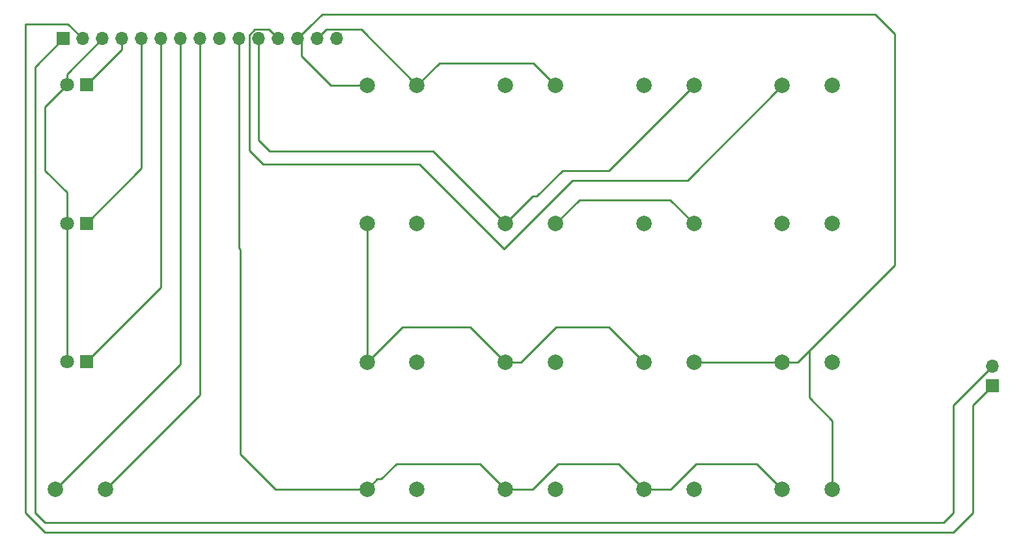
<source format=gbr>
%TF.GenerationSoftware,KiCad,Pcbnew,7.0.1-0*%
%TF.CreationDate,2024-08-11T08:47:00+01:00*%
%TF.ProjectId,Zero_1_Control_Panel,5a65726f-5f31-45f4-936f-6e74726f6c5f,rev?*%
%TF.SameCoordinates,Original*%
%TF.FileFunction,Copper,L1,Top*%
%TF.FilePolarity,Positive*%
%FSLAX46Y46*%
G04 Gerber Fmt 4.6, Leading zero omitted, Abs format (unit mm)*
G04 Created by KiCad (PCBNEW 7.0.1-0) date 2024-08-11 08:47:00*
%MOMM*%
%LPD*%
G01*
G04 APERTURE LIST*
%TA.AperFunction,ComponentPad*%
%ADD10C,2.000000*%
%TD*%
%TA.AperFunction,ComponentPad*%
%ADD11R,1.700000X1.700000*%
%TD*%
%TA.AperFunction,ComponentPad*%
%ADD12O,1.700000X1.700000*%
%TD*%
%TA.AperFunction,ComponentPad*%
%ADD13R,1.800000X1.800000*%
%TD*%
%TA.AperFunction,ComponentPad*%
%ADD14C,1.800000*%
%TD*%
%TA.AperFunction,Conductor*%
%ADD15C,0.250000*%
%TD*%
G04 APERTURE END LIST*
D10*
%TO.P,SW5,1,1*%
%TO.N,Net-(J1-Pin_11)*%
X114500000Y-78040000D03*
%TO.P,SW5,2,2*%
%TO.N,Net-(J1-Pin_14)*%
X121000000Y-78040000D03*
%TD*%
D11*
%TO.P,J2,1,Pin_1*%
%TO.N,Net-(J1-Pin_2)*%
X177800000Y-99060000D03*
D12*
%TO.P,J2,2,Pin_2*%
%TO.N,Net-(J1-Pin_1)*%
X177800000Y-96520000D03*
%TD*%
D11*
%TO.P,J1,1,Pin_1*%
%TO.N,Net-(J1-Pin_1)*%
X57000000Y-54000000D03*
D12*
%TO.P,J1,2,Pin_2*%
%TO.N,Net-(J1-Pin_2)*%
X59540000Y-54000000D03*
%TO.P,J1,3,Pin_3*%
%TO.N,Net-(D1-A)*%
X62080000Y-54000000D03*
%TO.P,J1,4,Pin_4*%
%TO.N,Net-(D1-K)*%
X64620000Y-54000000D03*
%TO.P,J1,5,Pin_5*%
%TO.N,Net-(D2-K)*%
X67160000Y-54000000D03*
%TO.P,J1,6,Pin_6*%
%TO.N,Net-(D3-K)*%
X69700000Y-54000000D03*
%TO.P,J1,7,Pin_7*%
%TO.N,Net-(J1-Pin_7)*%
X72240000Y-54000000D03*
%TO.P,J1,8,Pin_8*%
%TO.N,Net-(J1-Pin_8)*%
X74780000Y-54000000D03*
%TO.P,J1,9,Pin_9*%
%TO.N,Net-(J1-Pin_9)*%
X77320000Y-54000000D03*
%TO.P,J1,10,Pin_10*%
%TO.N,Net-(J1-Pin_10)*%
X79860000Y-54000000D03*
%TO.P,J1,11,Pin_11*%
%TO.N,Net-(J1-Pin_11)*%
X82400000Y-54000000D03*
%TO.P,J1,12,Pin_12*%
%TO.N,Net-(J1-Pin_12)*%
X84940000Y-54000000D03*
%TO.P,J1,13,Pin_13*%
%TO.N,Net-(J1-Pin_13)*%
X87480000Y-54000000D03*
%TO.P,J1,14,Pin_14*%
%TO.N,Net-(J1-Pin_14)*%
X90020000Y-54000000D03*
%TO.P,J1,15,Pin_15*%
%TO.N,Net-(J1-Pin_15)*%
X92560000Y-54000000D03*
%TD*%
D10*
%TO.P,SW3,1,1*%
%TO.N,Net-(J1-Pin_8)*%
X132500000Y-96040000D03*
%TO.P,SW3,2,2*%
%TO.N,Net-(J1-Pin_13)*%
X139000000Y-96040000D03*
%TD*%
%TO.P,SW6,1,1*%
%TO.N,Net-(J1-Pin_12)*%
X132500000Y-78040000D03*
%TO.P,SW6,2,2*%
%TO.N,Net-(J1-Pin_14)*%
X139000000Y-78040000D03*
%TD*%
%TO.P,SW16,1,1*%
%TO.N,Net-(J1-Pin_10)*%
X132500000Y-112540000D03*
%TO.P,SW16,2,2*%
%TO.N,Net-(J1-Pin_12)*%
X139000000Y-112540000D03*
%TD*%
%TO.P,SW11,1,1*%
%TO.N,Net-(J1-Pin_10)*%
X150500000Y-112540000D03*
%TO.P,SW11,2,2*%
%TO.N,Net-(J1-Pin_13)*%
X157000000Y-112540000D03*
%TD*%
%TO.P,SW13,1,1*%
%TO.N,Net-(J1-Pin_12)*%
X150500000Y-60040000D03*
%TO.P,SW13,2,2*%
%TO.N,Net-(J1-Pin_15)*%
X157000000Y-60040000D03*
%TD*%
%TO.P,SW7,1,1*%
%TO.N,Net-(J1-Pin_13)*%
X96500000Y-60040000D03*
%TO.P,SW7,2,2*%
%TO.N,Net-(J1-Pin_14)*%
X103000000Y-60040000D03*
%TD*%
%TO.P,SW12,1,1*%
%TO.N,Net-(J1-Pin_10)*%
X114500000Y-112540000D03*
%TO.P,SW12,2,2*%
%TO.N,Net-(J1-Pin_11)*%
X121000000Y-112540000D03*
%TD*%
%TO.P,SW17,1,1*%
%TO.N,Net-(J1-Pin_7)*%
X56000000Y-112540000D03*
%TO.P,SW17,2,2*%
%TO.N,Net-(J1-Pin_8)*%
X62500000Y-112540000D03*
%TD*%
D13*
%TO.P,D1,1,K*%
%TO.N,Net-(D1-K)*%
X60000000Y-60000000D03*
D14*
%TO.P,D1,2,A*%
%TO.N,Net-(D1-A)*%
X57460000Y-60000000D03*
%TD*%
D10*
%TO.P,SW14,1,1*%
%TO.N,Net-(J1-Pin_13)*%
X150500000Y-96040000D03*
%TO.P,SW14,2,2*%
%TO.N,Net-(J1-Pin_15)*%
X157000000Y-96040000D03*
%TD*%
%TO.P,SW2,1,1*%
%TO.N,Net-(J1-Pin_8)*%
X114500000Y-96040000D03*
%TO.P,SW2,2,2*%
%TO.N,Net-(J1-Pin_12)*%
X121000000Y-96040000D03*
%TD*%
%TO.P,SW15,1,1*%
%TO.N,Net-(J1-Pin_9)*%
X150500000Y-78040000D03*
%TO.P,SW15,2,2*%
%TO.N,Net-(J1-Pin_15)*%
X157000000Y-78040000D03*
%TD*%
%TO.P,SW9,1,1*%
%TO.N,Net-(J1-Pin_15)*%
X132500000Y-60040000D03*
%TO.P,SW9,2,2*%
%TO.N,Net-(J1-Pin_11)*%
X139000000Y-60040000D03*
%TD*%
%TO.P,SW1,1,1*%
%TO.N,Net-(J1-Pin_8)*%
X96500000Y-96040000D03*
%TO.P,SW1,2,2*%
%TO.N,Net-(J1-Pin_11)*%
X103000000Y-96040000D03*
%TD*%
D13*
%TO.P,D2,1,K*%
%TO.N,Net-(D2-K)*%
X60000000Y-78000000D03*
D14*
%TO.P,D2,2,A*%
%TO.N,Net-(D1-A)*%
X57460000Y-78000000D03*
%TD*%
D10*
%TO.P,SW10,1,1*%
%TO.N,Net-(J1-Pin_10)*%
X96500000Y-112540000D03*
%TO.P,SW10,2,2*%
%TO.N,Net-(J1-Pin_9)*%
X103000000Y-112540000D03*
%TD*%
D13*
%TO.P,D3,1,K*%
%TO.N,Net-(D3-K)*%
X60000000Y-96000000D03*
D14*
%TO.P,D3,2,A*%
%TO.N,Net-(D1-A)*%
X57460000Y-96000000D03*
%TD*%
D10*
%TO.P,SW4,1,1*%
%TO.N,Net-(J1-Pin_8)*%
X96500000Y-78040000D03*
%TO.P,SW4,2,2*%
%TO.N,Net-(J1-Pin_9)*%
X103000000Y-78040000D03*
%TD*%
%TO.P,SW8,1,1*%
%TO.N,Net-(J1-Pin_9)*%
X114500000Y-60040000D03*
%TO.P,SW8,2,2*%
%TO.N,Net-(J1-Pin_14)*%
X121000000Y-60040000D03*
%TD*%
D15*
%TO.N,Net-(J1-Pin_11)*%
X82400000Y-54000000D02*
X82400000Y-67160000D01*
X82400000Y-67160000D02*
X83820000Y-68580000D01*
X83820000Y-68580000D02*
X105040000Y-68580000D01*
X105040000Y-68580000D02*
X114500000Y-78040000D01*
%TO.N,Net-(J1-Pin_14)*%
X103000000Y-60040000D02*
X105890000Y-57150000D01*
X118110000Y-57150000D02*
X121000000Y-60040000D01*
X105890000Y-57150000D02*
X118110000Y-57150000D01*
%TO.N,Net-(J1-Pin_12)*%
X150500000Y-60040000D02*
X138150000Y-72390000D01*
X83000000Y-70300000D02*
X81225000Y-68525000D01*
X138150000Y-72390000D02*
X123190000Y-72390000D01*
X123190000Y-72390000D02*
X114300000Y-81280000D01*
X114300000Y-81280000D02*
X103320000Y-70300000D01*
X103320000Y-70300000D02*
X83000000Y-70300000D01*
X81225000Y-68525000D02*
X81225000Y-53513299D01*
X81225000Y-53513299D02*
X81913299Y-52825000D01*
X81913299Y-52825000D02*
X83765000Y-52825000D01*
X83765000Y-52825000D02*
X84940000Y-54000000D01*
%TO.N,Net-(J1-Pin_13)*%
X154000000Y-94540000D02*
X154000000Y-100660000D01*
X154000000Y-100660000D02*
X157000000Y-103660000D01*
X157000000Y-103660000D02*
X157000000Y-112540000D01*
%TO.N,Net-(J1-Pin_10)*%
X132500000Y-112540000D02*
X136000000Y-112540000D01*
X147180000Y-109220000D02*
X150500000Y-112540000D01*
X136000000Y-112540000D02*
X139320000Y-109220000D01*
X139320000Y-109220000D02*
X147180000Y-109220000D01*
X114500000Y-112540000D02*
X118000000Y-112540000D01*
X118000000Y-112540000D02*
X121320000Y-109220000D01*
X121320000Y-109220000D02*
X129180000Y-109220000D01*
X129180000Y-109220000D02*
X132500000Y-112540000D01*
X96500000Y-112540000D02*
X97825000Y-111215000D01*
X97825000Y-111215000D02*
X98335000Y-111215000D01*
X98335000Y-111215000D02*
X100330000Y-109220000D01*
X100330000Y-109220000D02*
X111180000Y-109220000D01*
X111180000Y-109220000D02*
X114500000Y-112540000D01*
%TO.N,Net-(D1-K)*%
X64620000Y-55380000D02*
X60000000Y-60000000D01*
X64620000Y-54000000D02*
X64620000Y-55380000D01*
%TO.N,Net-(D1-A)*%
X57460000Y-96000000D02*
X57460000Y-78000000D01*
X57460000Y-58620000D02*
X57460000Y-60000000D01*
X57460000Y-73970000D02*
X54610000Y-71120000D01*
X62080000Y-54000000D02*
X57460000Y-58620000D01*
X57460000Y-78000000D02*
X57460000Y-73970000D01*
X54610000Y-62850000D02*
X57460000Y-60000000D01*
X54610000Y-71120000D02*
X54610000Y-62850000D01*
%TO.N,Net-(D2-K)*%
X67160000Y-54000000D02*
X67160000Y-70840000D01*
X67160000Y-70840000D02*
X60000000Y-78000000D01*
%TO.N,Net-(D3-K)*%
X69700000Y-54000000D02*
X69700000Y-86300000D01*
X69700000Y-86300000D02*
X60000000Y-96000000D01*
%TO.N,Net-(J1-Pin_1)*%
X53340000Y-57660000D02*
X53340000Y-115570000D01*
X54610000Y-116840000D02*
X171450000Y-116840000D01*
X53340000Y-115570000D02*
X54610000Y-116840000D01*
X171450000Y-116840000D02*
X172720000Y-115570000D01*
X172720000Y-115570000D02*
X172720000Y-101600000D01*
X57000000Y-54000000D02*
X53340000Y-57660000D01*
X172720000Y-101600000D02*
X177800000Y-96520000D01*
%TO.N,Net-(J1-Pin_2)*%
X177800000Y-99060000D02*
X175260000Y-101600000D01*
X52070000Y-52070000D02*
X57610000Y-52070000D01*
X54610000Y-118110000D02*
X52070000Y-115570000D01*
X172720000Y-118110000D02*
X54610000Y-118110000D01*
X175260000Y-101600000D02*
X175260000Y-115570000D01*
X52070000Y-115570000D02*
X52070000Y-52070000D01*
X57610000Y-52070000D02*
X59540000Y-54000000D01*
X175260000Y-115570000D02*
X172720000Y-118110000D01*
%TO.N,Net-(J1-Pin_7)*%
X72240000Y-54000000D02*
X72240000Y-96300000D01*
X72240000Y-96300000D02*
X56000000Y-112540000D01*
%TO.N,Net-(J1-Pin_8)*%
X132500000Y-96040000D02*
X127900000Y-91440000D01*
X121100000Y-91440000D02*
X116500000Y-96040000D01*
X74780000Y-54000000D02*
X74780000Y-93980000D01*
X74780000Y-54000000D02*
X74780000Y-93830000D01*
X74780000Y-100260000D02*
X62500000Y-112540000D01*
X74780000Y-93980000D02*
X74780000Y-100260000D01*
X114500000Y-96040000D02*
X109900000Y-91440000D01*
X109900000Y-91440000D02*
X101100000Y-91440000D01*
X101100000Y-91440000D02*
X96500000Y-96040000D01*
X116500000Y-96040000D02*
X114500000Y-96040000D01*
X127900000Y-91440000D02*
X121100000Y-91440000D01*
X96500000Y-78040000D02*
X96500000Y-96040000D01*
%TO.N,Net-(J1-Pin_10)*%
X79860000Y-81273833D02*
X80010000Y-81423833D01*
X79860000Y-54000000D02*
X79860000Y-81273833D01*
X84600000Y-112540000D02*
X96500000Y-112540000D01*
X80010000Y-81423833D02*
X80010000Y-107950000D01*
X80010000Y-107950000D02*
X84600000Y-112540000D01*
%TO.N,Net-(J1-Pin_11)*%
X114500000Y-78040000D02*
X118060000Y-74480000D01*
X127920000Y-71120000D02*
X139000000Y-60040000D01*
X121920000Y-71120000D02*
X127920000Y-71120000D01*
X118560000Y-74480000D02*
X121920000Y-71120000D01*
X118060000Y-74480000D02*
X118560000Y-74480000D01*
X114500000Y-78040000D02*
X114500000Y-77670000D01*
%TO.N,Net-(J1-Pin_13)*%
X165100000Y-83440000D02*
X154000000Y-94540000D01*
X139000000Y-96040000D02*
X152500000Y-96040000D01*
X152500000Y-96040000D02*
X154000000Y-94540000D01*
X165100000Y-53340000D02*
X165100000Y-83440000D01*
X87480000Y-54000000D02*
X89105000Y-52375000D01*
X91790000Y-60040000D02*
X96500000Y-60040000D01*
X87966701Y-54486701D02*
X87966701Y-56216701D01*
X90680000Y-50800000D02*
X162560000Y-50800000D01*
X89105000Y-52375000D02*
X90680000Y-50800000D01*
X87480000Y-54000000D02*
X87966701Y-54486701D01*
X162560000Y-50800000D02*
X165100000Y-53340000D01*
X87966701Y-56216701D02*
X91790000Y-60040000D01*
%TO.N,Net-(J1-Pin_14)*%
X121000000Y-78040000D02*
X124110000Y-74930000D01*
X135890000Y-74930000D02*
X139000000Y-78040000D01*
X124110000Y-74930000D02*
X135890000Y-74930000D01*
X91195000Y-52825000D02*
X95785000Y-52825000D01*
X95785000Y-52825000D02*
X103000000Y-60040000D01*
X90020000Y-54000000D02*
X91195000Y-52825000D01*
%TD*%
M02*

</source>
